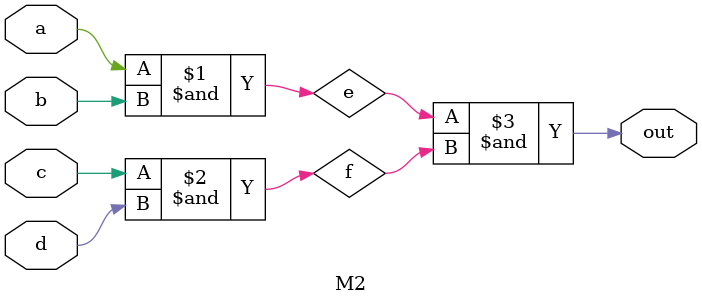
<source format=v>
module M(a,b,c,d,out);
input a ,b,c,d;
output out ;

wire e,f;

//delay is distributed to each gate 

and #5 a1(e,a,b);
and #7 a2(f,c,d);
and #4 a3 (out,e,f);

endmodule


//distributed delays in data level modelling 


module M2 (out , a,b,c,d);

output out ;

input a,b,c,d;

wire e,f;

//distributed delay in each expression 
assign #5 e = a & b ;
assign #7 f = c & d; 
assign #4 out = e & f;

endmodule 

</source>
